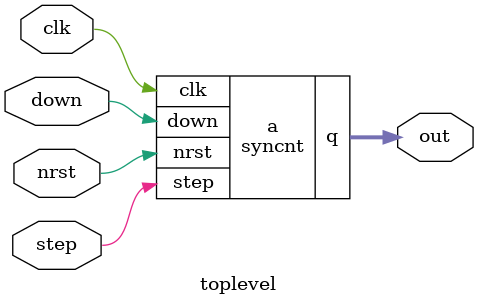
<source format=sv>
module tff(output q, nq, 
           input t, clk, nrst);
  logic ns, nr, ns1, nr1, j, k;
  nand n1(ns, clk, j), n2(nr, clk, k),
  n3(q, ns, nq), n4(nq, nr,  q, nrst), n5(ns1,!clk, t, nq), 
  n6(nr1, !clk, t, q), n7(j, ns1, k), n8(k, nr1, j, nrst);
  endmodule
module syncnt(output  [3:0] q,
              input  clk, nrst,step, down);
  logic [3:0]nq;
  logic [3:0] t;
  logic [3:0] nt;
  assign t = { q & t, !step};
  tff t1(q[0],nq[0], !step, clk, nrst);
  tff t2(q[1],nq[1], ((down? nq[0] || step : q[0] || step)), clk, nrst );
  tff t3(q[2],nq[2], ((down? nq[0] && nq[1] || nq[1] && step: q[0] && q[1] || q[1] && step)), clk, nrst);
  tff t4(q[3],nq[3], ((down? nq[0] && nq[1] && nq[2] || nq[1] && nq[2] && step : q[0] && q[1] && q[2] || q[1] && q[2] && step)), clk, nrst);
endmodule

module toplevel(output  [3:0] out,
              input  clk, nrst, step, down);
  syncnt a(out, clk, nrst,step, down);
  
endmodule
</source>
